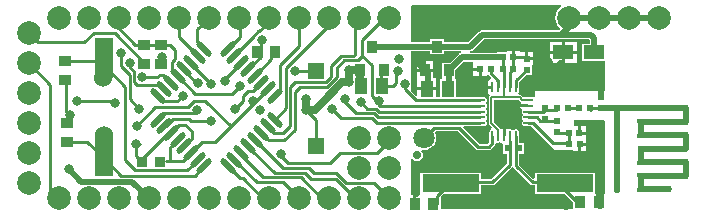
<source format=gtl>
%FSTAX24Y24*%
%MOIN*%
%SFA1B1*%

%IPPOS*%
%AMD18*
4,1,4,-0.007600,0.022900,-0.022900,0.007600,0.007600,-0.022900,0.022900,-0.007600,-0.007600,0.022900,0.0*
1,1,0.021700,-0.015300,0.015300*
1,1,0.021700,0.015300,-0.015300*
%
%AMD19*
4,1,4,-0.022900,-0.007600,-0.007600,-0.022900,0.022900,0.007600,0.007600,0.022900,-0.022900,-0.007600,0.0*
1,1,0.021700,-0.015300,-0.015300*
1,1,0.021700,0.015300,0.015300*
%
%ADD10R,0.037400X0.039400*%
%ADD11R,0.039400X0.037400*%
%ADD12R,0.039400X0.035400*%
%ADD13R,0.070900X0.049200*%
%ADD14R,0.022800X0.024400*%
%ADD15R,0.055100X0.053200*%
%ADD16R,0.190900X0.061000*%
%ADD17R,0.059100X0.137800*%
G04~CAMADD=18~3~0.0~0.0~217.0~650.0~0.0~0.0~0~0.0~0.0~0.0~0.0~0~0.0~0.0~0.0~0.0~0~0.0~0.0~0.0~45.0~522.0~522.0*
%ADD18D18*%
G04~CAMADD=19~3~0.0~0.0~217.0~650.0~0.0~0.0~0~0.0~0.0~0.0~0.0~0~0.0~0.0~0.0~0.0~0~0.0~0.0~0.0~135.0~522.0~522.0*
%ADD19D19*%
%ADD20R,0.024400X0.024400*%
%ADD21R,0.024400X0.024400*%
%ADD22R,0.023600X0.024400*%
%ADD23R,0.024400X0.023600*%
%ADD24O,0.009800X0.035400*%
%ADD25O,0.035400X0.009800*%
%ADD26R,0.024400X0.022800*%
%ADD27R,0.035400X0.039400*%
%ADD28R,0.037400X0.037400*%
%ADD29R,0.041300X0.055100*%
%ADD30C,0.010000*%
%ADD31C,0.020000*%
%ADD32C,0.019700*%
%ADD33C,0.027600*%
%ADD34C,0.006000*%
%ADD35R,0.017900X0.014100*%
%ADD36R,0.017900X0.014500*%
%ADD37R,0.017900X0.014000*%
%ADD38R,0.017400X0.013800*%
%ADD39R,0.018400X0.014700*%
%ADD40R,0.018400X0.014300*%
%ADD41R,0.018400X0.014300*%
%ADD42R,0.018400X0.014300*%
%ADD43R,0.018400X0.014300*%
%ADD44R,0.017900X0.015100*%
%ADD45R,0.017900X0.014500*%
%ADD46R,0.017900X0.014300*%
%ADD47R,0.018200X0.020000*%
%ADD48C,0.060000*%
%ADD49C,0.070900*%
%ADD50C,0.078700*%
%ADD51C,0.027600*%
%ADD52C,0.021000*%
%ADD53C,0.031500*%
%LNmain-1*%
%LPD*%
G36*
X023176Y044086D02*
X023129Y044077D01*
X023113Y044066*
X02308Y044044*
X022783Y043747*
X022523*
Y043253*
X022508Y043209*
X02247*
Y04261*
X022324*
Y042834*
X021711*
Y042677*
X021661Y042656*
X0215Y042817*
Y043027*
X021501Y043032*
X0215Y043036*
Y044136*
X022129*
Y044041*
X022583*
Y044136*
X023171*
X023176Y044086*
G37*
G36*
X023668Y040873D02*
X023701Y040851D01*
X02374Y040843*
X024094*
X024134Y040851*
X024167Y040873*
X024285Y040991*
X024307Y041024*
X024315Y041063*
Y041075*
X024365Y041102*
X024371Y041097*
X024409Y04109*
X024448Y041097*
X024496Y041088*
X024499Y041083*
X024548Y04105*
X024552*
Y040724*
X024701*
Y040397*
X02417Y039866*
X02382*
Y040089*
X02181*
Y039379*
X021771Y039352*
X021664*
Y039055*
X021564*
Y039352*
X0215*
Y040545*
X02155Y04056*
X021567Y040534*
X021629Y040492*
X021703Y040478*
X021776Y040492*
X021838Y040534*
X02188Y040596*
X021894Y040669*
X02188Y040743*
X021839Y040804*
X02184Y040809*
X021858Y040852*
X021929Y040842*
X022035Y040856*
X022133Y040897*
X022218Y040962*
X022282Y041046*
X022323Y041144*
X022337Y04125*
X022323Y041356*
X022292Y041431*
X02232Y041478*
X022323Y04148*
X023061*
X023668Y040873*
G37*
G36*
X023577Y043765D02*
Y043593D01*
X023799*
Y043543*
X023849*
Y043321*
X024021*
Y043334*
X024071Y043349*
X024081Y043333*
X024164Y04325*
X024147Y043197*
X024105Y043169*
X024072Y043119*
X02406Y043061*
Y042983*
X024213*
Y042883*
X02406*
Y042805*
X024072Y042747*
X0241Y042706*
X024116Y042656*
X024098Y04263*
X024092Y042598*
Y041732*
X024098Y041701*
X024116Y041675*
X024195Y041595*
X024178Y041541*
X024174Y04154*
X024141Y041518*
X024119Y041486*
X024111Y041447*
Y041323*
Y041319*
Y041105*
X024052Y041047*
X023782*
X023245Y041584*
X023264Y04163*
X023799*
X023803Y041631*
X023927*
X023966Y041639*
X023999Y041661*
X024021Y041694*
X024028Y041732*
X024021Y041771*
X023999Y041804*
Y041858*
X024021Y04189*
X024028Y041929*
X024021Y041968*
X023999Y042001*
Y042054*
X024021Y042087*
X024028Y042126*
X024021Y042165*
X023999Y042198*
Y042251*
X024021Y042284*
X024028Y042323*
X024021Y042362*
X023999Y042394*
Y042448*
X024021Y042481*
X024028Y04252*
X024021Y042558*
X023999Y042591*
X023966Y042613*
X023927Y042621*
X023803*
X023799Y042622*
X023543*
X023504Y042614*
X023499Y04261*
X023018*
X022983Y042646*
Y043206*
Y043209*
X022977Y043253*
Y043513*
X02325Y043786*
X023536*
X023577Y043765*
G37*
G36*
X025139Y042462D02*
X025141Y042461D01*
X025156Y042402*
X025155Y042396*
X025145Y042381*
X025143Y042373*
X025413*
Y042273*
X025143*
X025145Y042265*
X025178Y042215*
X025183Y042212*
X025192Y042165*
X025184Y042126*
X025192Y042087*
X025214Y042054*
Y042001*
X025192Y041968*
X025184Y041929*
X025192Y04189*
X025214Y041858*
Y041804*
X025192Y041771*
X025184Y041732*
X025192Y041694*
X025214Y041661*
X025247Y041639*
X025285Y041631*
X025409*
X025413Y04163*
X025509*
X025783Y041356*
X026269Y040856*
X026894*
Y040811*
X027066*
Y041033*
X027116*
Y041083*
X027338*
Y041256*
X027328*
Y041357*
X027106*
Y041407*
X027056*
Y04163*
X026929*
Y04185*
X027917*
X027953Y041815*
Y039391*
X027806*
Y039094*
X027706*
Y039391*
X027639*
Y040089*
X025629*
Y0399*
X025579Y03988*
X025102Y040357*
Y040724*
X025251*
Y041068*
X025102*
Y041319*
X025101Y041323*
Y041447*
X025093Y041486*
X025072Y041518*
X025039Y04154*
X025Y041548*
X024961Y04154*
X024928Y041518*
X024875*
X024842Y04154*
X024803Y041548*
X024764Y04154*
X024717Y04155*
X024714Y041554*
X024665Y041587*
X024656Y041589*
Y041319*
X024556*
Y041589*
X024548Y041587*
X024518Y041567*
X024486Y041559*
X02445Y041571*
X024255Y041766*
Y042517*
X025084*
X025139Y042462*
G37*
G36*
X027447Y044504D02*
Y044391D01*
X027194*
Y043798*
X027953*
Y04282*
X027885*
Y042598*
X027785*
Y04282*
X027613*
Y042805*
X02563*
Y04264*
X02558Y042613*
X025541Y042621*
X025285*
X025247Y042613*
X02523Y042602*
X025176Y042656*
X025149Y042674*
X025118Y04268*
X025081*
X025066Y04273*
X025072Y042734*
X025093Y042766*
X025101Y042805*
Y042929*
X025102Y042933*
Y043119*
X025334Y043352*
X025526*
Y043672*
X025576*
Y043836*
X025354*
Y043886*
X025304*
Y0441*
X025132*
X025124Y044146*
Y044159*
X024952*
Y043937*
X024852*
Y044159*
X02468*
Y044109*
X024375*
Y044088*
X023477*
X023472Y044138*
X023509Y044146*
X023519Y044148*
X023568Y04418*
X023921Y044534*
X026496*
X027418*
X027447Y044504*
G37*
G36*
X026485Y045669D02*
X026502Y045619D01*
X026434Y045566*
X026362Y045474*
X026318Y045366*
X026302Y04525*
X026318Y045134*
X026362Y045026*
X026434Y044934*
X02645Y044921*
X026454Y044868*
X026424Y044836*
X023858*
X02381Y044827*
X0238Y044825*
X023751Y044792*
X023398Y044439*
X022583*
Y044534*
X022129*
Y044439*
X0215*
Y045634*
X021535Y045669*
X026485*
G37*
G36*
X024912Y040261D02*
X024918Y040257D01*
X024928Y040243*
X025479Y039692*
X025512Y03967*
X025551Y039662*
X025629*
Y039379*
X026618*
X026889Y039109*
Y038878*
X022516*
X022481Y038913*
Y039286*
X022575Y039379*
X02382*
Y039662*
X024213*
X024252Y03967*
X024285Y039692*
X024858Y040265*
X024866Y040267*
X024912Y040261*
G37*
%LNmain-2*%
%LPC*%
G36*
X02224Y04345D02*
X021685D01*
Y043203*
X021711*
Y042934*
X022324*
Y043259*
X02224*
Y04345*
G37*
G36*
X027328Y04163D02*
X027156D01*
Y041457*
X027328*
Y04163*
G37*
G36*
X027338Y040983D02*
X027166D01*
Y040811*
X027338*
Y040983*
G37*
G36*
X023749Y043493D02*
X023577D01*
Y043321*
X023749*
Y043493*
G37*
G36*
X025404Y0441D02*
Y043936D01*
X025576*
Y0441*
X025404*
G37*
G36*
X026525Y044441D02*
X02612D01*
Y044144*
X026525*
Y044441*
G37*
G36*
X027029D02*
X026625D01*
Y044144*
X027029*
Y044441*
G37*
G36*
Y044044D02*
X026625D01*
Y043748*
X027029*
Y044044*
G37*
G36*
X021913Y043797D02*
X021685D01*
Y04355*
X021913*
Y043797*
G37*
G36*
X02224D02*
X022013D01*
Y04355*
X02224*
Y043797*
G37*
G36*
X026525Y044044D02*
X02612D01*
Y043748*
X026525*
Y044044*
G37*
%LNmain-3*%
%LPD*%
G54D10*
X027126Y039094D03*
X027756D03*
X022244Y039055D03*
X021614D03*
X016348Y044094D03*
X016978D03*
G54D11*
X00997Y043168D03*
Y043798D03*
X01002Y041745D03*
Y041115D03*
X012608Y044341D03*
Y043711D03*
G54D12*
X01315Y043711D03*
Y044341D03*
G54D13*
X027598Y044094D03*
X026575D03*
G54D14*
X024717Y040896D03*
X025087D03*
G54D15*
X018327Y040984D03*
Y043484D03*
G54D16*
X022815Y039734D03*
X026634D03*
G54D17*
X01125Y043923D03*
Y040656D03*
G54D18*
X013051Y04264D03*
X013274Y042862D03*
X013497Y043085D03*
X013719Y043308D03*
X013942Y043531D03*
X014165Y043753D03*
X014388Y043976D03*
X01461Y044199D03*
X016949Y04186D03*
X016726Y041638D03*
X016503Y041415D03*
X016281Y041192D03*
X016058Y040969D03*
X015835Y040747D03*
X015612Y040524D03*
X01539Y040301D03*
G54D19*
X01539Y044199D03*
X015612Y043976D03*
X015835Y043753D03*
X016058Y043531D03*
X016281Y043308D03*
X016503Y043085D03*
X016726Y042862D03*
X016949Y04264D03*
X01461Y040301D03*
X014388Y040524D03*
X014165Y040747D03*
X013942Y040969D03*
X013719Y041192D03*
X013497Y041415D03*
X013274Y041638D03*
X013051Y04186D03*
G54D20*
X026762Y041033D03*
X027116D03*
X026752Y041407D03*
X027106D03*
X027096Y042244D03*
X027451D03*
X024154Y043543D03*
X023799D03*
X024547D03*
X024902D03*
X024547Y043937D03*
X024902D03*
G54D21*
X027835Y042244D03*
Y042598D03*
G54D22*
X026354Y042244D03*
X026717D03*
G54D23*
X026368Y041433D03*
Y041795D03*
X025974Y041876D03*
Y042238D03*
G54D24*
X024213Y042933D03*
X024409D03*
X024606D03*
X024803D03*
X025D03*
Y041319D03*
X024803D03*
X024606D03*
X024409D03*
X024213D03*
G54D25*
X025413Y04252D03*
Y042323D03*
Y042126D03*
Y041929D03*
Y041732D03*
X023799D03*
Y041929D03*
Y042126D03*
Y042323D03*
Y04252D03*
G54D26*
X025354Y043516D03*
Y043886D03*
G54D27*
X022356Y044287D03*
X021963Y0435D03*
X02275D03*
X020197Y044291D03*
X019803Y043504D03*
X020591D03*
G54D28*
X01313Y040453D03*
X012539D03*
G54D29*
X022018Y042884D03*
X022726D03*
X019833Y042982D03*
X020541D03*
G54D30*
X011125Y043798D02*
X01125Y043923D01*
X00997Y043798D02*
X011125D01*
X010712Y041115D02*
X01125Y040577D01*
X01002Y041115D02*
X010712D01*
X014301Y039992D02*
X01461Y040301D01*
X011835Y039992D02*
X014301D01*
X01125Y040577D02*
X011835Y039992D01*
X012311Y040166D02*
X014029D01*
X014388Y040524*
X01125Y043662D02*
X011966Y042945D01*
X01125Y043662D02*
Y043923D01*
X011966Y040511D02*
Y042945D01*
Y040511D02*
X012311Y040166D01*
X023543Y04252D02*
X023799D01*
X023532Y042508D02*
X023543Y04252D01*
X021665Y042508D02*
X023532D01*
X021289Y042884D02*
X021665Y042508D01*
X020404Y041929D02*
X023799D01*
X02026Y042073D02*
X020404Y041929D01*
X020419Y042126D02*
X023799D01*
X020322Y042223D02*
X020419Y042126D01*
X020198Y041923D02*
X020373Y041747D01*
X021623D02*
X021638Y041732D01*
X020373Y041747D02*
X021623D01*
X021638Y041732D02*
X023799D01*
X027785Y042982D02*
Y042992D01*
X027707Y042904D02*
X027785Y042982D01*
X019166Y043989D02*
X019589D01*
X018829Y043652D02*
X019166Y043989D01*
X018829Y043293D02*
Y043652D01*
X019262Y043839D02*
X019734D01*
X019016Y043593D02*
X019262Y043839D01*
X019016Y043268D02*
Y043593D01*
X019872Y043976D02*
X020187Y043661D01*
X019282Y042441D02*
Y04253D01*
X018799Y042185D02*
X018907D01*
X01815Y039892D02*
X018984D01*
X017963Y040079D02*
X01815Y039892D01*
X016949Y040079D02*
X017963D01*
X018248D02*
X019009D01*
X018098Y040229D02*
X018248Y040079D01*
X017244Y040229D02*
X018098D01*
X015886Y039902D02*
X016537Y03925D01*
X015789Y039902D02*
X015886D01*
X01539Y040301D02*
X015789Y039902D01*
X014104Y04188D02*
X014173Y041811D01*
X013573Y04188D02*
X014104D01*
X01333Y041638D02*
X013573Y04188D01*
X015896Y042638D02*
X016073Y042815D01*
X015896Y042478D02*
Y042638D01*
X015645Y042226D02*
X015896Y042478D01*
X016233Y042815D02*
X016503Y043085D01*
X016073Y042815D02*
X016233D01*
X015631Y042226D02*
X015645D01*
X01554Y042717D02*
X015798Y042975D01*
X014275Y04249D02*
X014636D01*
X020993Y043089D02*
Y043502D01*
X02103Y043465D02*
X021073D01*
X020993Y043502D02*
X02103Y043465D01*
X010915Y044734D02*
X011624D01*
X01061Y044429D02*
X010915Y044734D01*
X009071Y044429D02*
X01061D01*
X022252Y041582D02*
X023103D01*
X021929Y04126D02*
X022252Y041582D01*
X023103D02*
X02374Y040945D01*
X024094*
X024213Y041063*
Y041319*
X020604Y04525D02*
X02075D01*
X019872Y044518D02*
X020604Y04525D01*
X019872Y043976D02*
Y044518D01*
X020447Y04525D02*
X02075D01*
X019626Y03925D02*
X01975D01*
X018984Y039892D02*
X019626Y03925D01*
X020434Y042323D02*
X023799D01*
X020886Y042982D02*
X020993Y043089D01*
X020502Y042982D02*
X020886D01*
X018799Y042185D02*
X018839Y042224D01*
X018681Y042933D02*
X019016Y043268D01*
X017785Y042933D02*
X018681D01*
X018654Y043119D02*
X018829Y043293D01*
X017646Y043119D02*
X018654D01*
X017321Y043351D02*
X017323Y04335D01*
Y042234D02*
Y04335D01*
X017618Y043474D02*
X018199D01*
X018327Y043602*
X017628Y042776D02*
X017785Y042933D01*
X017628Y041526D02*
Y042776D01*
X017478Y04295D02*
X017646Y043119D01*
X017478Y041651D02*
Y04295D01*
X018327Y043484D02*
Y043602D01*
X018839Y042224D02*
X018878D01*
X019646Y044045D02*
Y045146D01*
X019589Y043989D02*
X019646Y044045D01*
Y045146D02*
X01975Y04525D01*
X019734Y043839D02*
X019872Y043976D01*
X01Y042126D02*
X010118Y042008D01*
X01Y042126D02*
Y043168D01*
X010354Y042461D02*
X011614D01*
X011644Y042431*
X012367Y041658D02*
X012974Y042266D01*
X014051*
X014282Y042077D02*
X01437Y042165D01*
X013268Y042077D02*
X014282D01*
X013051Y04186D02*
X013268Y042077D01*
X0137Y042471D02*
X013888Y04266D01*
X013238Y042471D02*
X0137D01*
X013069Y04264D02*
X013238Y042471D01*
X00875Y04375D02*
X009478Y043022D01*
Y039522D02*
Y043022D01*
Y039522D02*
X00975Y03925D01*
X01698Y04264D02*
X017136Y042795D01*
X015835Y040661D02*
X016567Y039929D01*
X015835Y040661D02*
Y040747D01*
X016567Y039929D02*
X017818D01*
X016209Y040819D02*
X016949Y040079D01*
X018002Y042175D02*
X018327Y04185D01*
Y040984D02*
Y04185D01*
X015296Y043214D02*
X015835Y043753D01*
X015296Y043132D02*
Y043214D01*
X017176Y040629D02*
Y04072D01*
Y040629D02*
X017392Y040413D01*
X018789*
X019124Y040748*
X020364*
X02075Y041134*
Y04125*
X014165Y043722D02*
Y043753D01*
Y043722D02*
X014507Y04338D01*
X014513*
X014843Y04305*
Y043043D02*
Y04305D01*
X013942Y043493D02*
Y043531D01*
Y043493D02*
X014353Y043083D01*
X01439*
X020256Y039744D02*
X02075Y03925D01*
X019344Y039744D02*
X020256D01*
X019009Y040079D02*
X019344Y039744D01*
X02075Y03925D02*
Y039398D01*
X015495Y041631D02*
X01627Y042406D01*
X014966Y041102D02*
X015495Y041631D01*
X013413Y041415D02*
X013497D01*
X012539Y040541D02*
X013413Y041415D01*
X012539Y040453D02*
Y040541D01*
X012343Y040945D02*
X012451Y041053D01*
X012343Y040654D02*
Y040945D01*
Y040654D02*
X012539Y040458D01*
X012323Y041053D02*
X012451D01*
X011625Y042404D02*
X011644Y042423D01*
Y042431*
X01175Y044894D02*
Y04525D01*
X00875Y04475D02*
X009071Y044429D01*
X016431Y044795D02*
X01675Y045114D01*
X016412Y044795D02*
X016431D01*
X016239Y044621D02*
X016412Y044795D01*
X016239Y044602D02*
Y044621D01*
X015612Y043976D02*
X016239Y044602D01*
X01675Y045114D02*
Y04525D01*
X016281Y041192D02*
X017244Y040229D01*
X020502Y043415D02*
X020591Y043504D01*
X020502Y042982D02*
Y043415D01*
X018497Y03925D02*
X01875D01*
X017818Y039929D02*
X018497Y03925D01*
X017266Y041164D02*
X017628Y041526D01*
X016754Y041164D02*
X017266D01*
X016503Y041415D02*
X016754Y041164D01*
X017244Y041417D02*
X017478Y041651D01*
X016946Y041417D02*
X017244D01*
X016726Y041638D02*
X016946Y041417D01*
X016265Y042406D02*
X016536Y042677D01*
X016265Y042406D02*
X01627D01*
X016949Y04264D02*
X01698D01*
X016281Y043308D02*
X016841Y043868D01*
Y044094*
X016486Y044449D02*
X016535Y044498D01*
X016486Y043959D02*
Y044449D01*
X016058Y043531D02*
X016486Y043959D01*
X016535Y044498D02*
X016604D01*
X017236Y039764D02*
X01775Y03925D01*
X016373Y039764D02*
X017236D01*
X015612Y040524D02*
X016373Y039764D01*
X016537Y03925D02*
X01675D01*
X010118Y041851D02*
Y042008D01*
Y04185D02*
Y041851D01*
X010039Y041673D02*
Y04185D01*
X010118*
X010732Y04525D02*
X01075D01*
X013465Y040472D02*
X013898D01*
X013327D02*
X013465D01*
Y040937*
X013719Y041192*
X013898Y040472D02*
X014528Y041102D01*
X014966*
X013497Y041415D02*
X013501D01*
X016949Y04186D02*
X017323Y042234D01*
X014173Y041811D02*
X014843D01*
X013274Y041638D02*
X01333D01*
X013051Y04264D02*
X013069D01*
X022372Y039055D02*
Y039321D01*
X022815Y039764*
X024213*
X024803Y040354*
Y041159*
X025Y040315D02*
Y041319D01*
Y040315D02*
X025551Y039764D01*
X026634*
Y039508D02*
X027146Y038996D01*
X026634Y039508D02*
Y039764D01*
X024409Y042933D02*
Y04315D01*
X024154Y043406D02*
X024409Y04315D01*
X024154Y043406D02*
Y043543D01*
X024606Y042933D02*
Y043484D01*
X024547Y043543D02*
X024606Y043484D01*
X024803Y042933D02*
Y043445D01*
X024902Y043543*
X025Y042933D02*
D01*
Y043161*
X025354Y043516*
X025413Y041929D02*
X025709D01*
X025811Y041827*
X025974*
Y042189D02*
X02635D01*
X026354Y042185*
X025974Y041827D02*
X026337D01*
X026368Y041795*
X025413Y041732D02*
X025551D01*
X02622Y041063*
X026344Y041457D02*
X026368Y041433D01*
X02622Y041063D02*
X026732D01*
X026762Y041033*
Y041398*
X026752Y041407D02*
X026762Y041398D01*
X026394Y041407D02*
X026752D01*
X026368Y041433D02*
X026394Y041407D01*
X026717Y042244D02*
X027096D01*
X024902Y043937D02*
X025303D01*
X025354Y043886*
X024547Y043543D02*
Y043937D01*
X024902Y043543D02*
Y043937D01*
X01375Y044614D02*
X014388Y043976D01*
X01375Y044614D02*
Y04525D01*
X01437Y044439D02*
X01461Y044199D01*
X01437Y044439D02*
Y04487D01*
X01475Y04525*
X01539Y044199D02*
X015787Y044596D01*
Y045213*
X01575Y04525D02*
X015787Y045213D01*
X013501Y041415D02*
X01377Y041683D01*
X013976*
X013942Y040969D02*
X014193Y04122D01*
Y041467*
X013976Y041683D02*
X014193Y041467D01*
X013719Y043308D02*
X014311Y042717D01*
X01554*
X014051Y042266D02*
X014275Y04249D01*
X014636D02*
X015495Y041631D01*
X027451Y042185D02*
X02752Y042254D01*
X027766*
X025413Y042126D02*
X025911D01*
X025974Y042189*
X024606Y042933D02*
D01*
X019282Y042441D02*
X01965Y042073D01*
X018907Y042185D02*
X01917Y041923D01*
X020187Y042648D02*
Y043661D01*
Y042648D02*
X020303Y042532D01*
X020434*
X019816Y042441D02*
X020034Y042223D01*
X020434Y042323D02*
Y042532D01*
X020034Y042223D02*
X020322D01*
X01965Y042073D02*
X02026D01*
X01917Y041923D02*
X020198D01*
X021289Y042884D02*
Y043032D01*
X013533Y043494D02*
Y04378D01*
Y043494D02*
X013719Y043308D01*
X013115Y043022D02*
X013274Y042862D01*
X012116Y042539D02*
X012431Y042224D01*
X011821Y043645D02*
Y044065D01*
Y043645D02*
X012116Y04335D01*
Y042539D02*
Y04335D01*
Y043602D02*
Y04373D01*
Y043602D02*
X012274Y043445D01*
Y04311D02*
Y043445D01*
X012646Y04301D02*
X012657Y043022D01*
X013115*
X012374Y04301D02*
X012646D01*
X012274Y04311D02*
X012374Y04301D01*
X012539Y043268D02*
X013041D01*
X01313Y043356*
X013226*
X013497Y043085*
X01175Y044894D02*
X012303Y044341D01*
X012608*
X01315*
Y043711D02*
X013209Y04377D01*
Y043937*
X011624Y044734D02*
X012608Y04375D01*
Y043711D02*
Y04375D01*
X017321Y043351D02*
Y043571D01*
X01875Y045*
Y04525*
X01775Y044295D02*
Y04525D01*
X017136Y042795D02*
Y043681D01*
X01775Y044295*
X01315Y044341D02*
X013465D01*
X013533Y04378D02*
X013622Y043868D01*
Y044183*
X013465Y044341D02*
X013622Y044183D01*
G54D31*
X02915Y03954D02*
X0301D01*
X02915D02*
Y039984D01*
Y03999D02*
X03065D01*
Y040424*
X02915Y04044D02*
X03065D01*
X02915D02*
Y040884D01*
Y04089D02*
X03065D01*
Y041324*
X02916Y04134D02*
X03065D01*
X02915Y04135D02*
X02916Y04134D01*
X02915Y04135D02*
Y041784D01*
X02835Y0395D02*
Y042244D01*
X027835D02*
X03065D01*
Y04179D02*
Y042244D01*
X02915Y04179D02*
X03065D01*
G54D32*
X026714Y044903D02*
Y04525D01*
X027598Y044094D02*
Y044567D01*
X02748Y044685D02*
X027598Y044567D01*
X026496Y044685D02*
X02748D01*
X026496D02*
X026714Y044903D01*
X023858Y044685D02*
X026496D01*
X026714Y04525D02*
X02675D01*
X02775*
X02875D02*
X02975D01*
X02775D02*
X0285D01*
X023461Y044287D02*
X023858Y044685D01*
X027835Y042598D02*
Y043356D01*
X012207Y039793D02*
X01275Y03925D01*
X010512Y039793D02*
X012207D01*
X010089Y040217D02*
X010512Y039793D01*
X021762Y043701D02*
Y043839D01*
Y043701D02*
X021963Y0435D01*
X022356Y044287D02*
X023461D01*
X021963Y0435D02*
X022057Y043406D01*
Y042802D02*
Y043406D01*
X020197Y044291D02*
X020201Y044287D01*
X022356*
X023187Y043937D02*
X024547D01*
X02275Y0435D02*
X023187Y043937D01*
X02275Y043003D02*
Y0435D01*
G54D33*
X019803Y043051D02*
X019872Y042982D01*
X019803Y043051D02*
Y043504D01*
X019793Y043494D02*
X019803Y043504D01*
X019419Y043494D02*
X019793D01*
X01921Y0431D02*
X019419D01*
X018493Y042384D02*
X01921Y0431D01*
X017992Y042549D02*
X018002Y042539D01*
Y042175D02*
Y042539D01*
X018493Y042381D02*
Y042384D01*
X018287Y042175D02*
X018493Y042381D01*
X018002Y042175D02*
X018287D01*
X019419Y0431D02*
Y043494D01*
G54D34*
X025118Y042598D02*
X025197Y04252D01*
X025413*
X024606Y042598D02*
Y042933D01*
X024173Y042598D02*
X024606D01*
X025118*
X024173Y041732D02*
Y042598D01*
Y041732D02*
X024409Y041496D01*
Y041319D02*
Y041496D01*
G54D35*
X03066Y04176D03*
G54D36*
X03066Y040863D03*
G54D37*
X03066Y03996D03*
G54D38*
X029137Y040921D03*
G54D39*
X029142Y040414D03*
G54D40*
X029142Y041819D03*
G54D41*
X029142Y041311D03*
G54D42*
X029142Y039511D03*
G54D43*
X029142Y040018D03*
G54D44*
X03066Y040465D03*
G54D45*
X03066Y041367D03*
G54D46*
X03066Y042271D03*
X02836Y039469D03*
G54D47*
X030109Y03954D03*
G54D48*
X01123Y043258D03*
X025925Y04372D03*
X01127Y041348D03*
G54D49*
X021929Y04125D03*
G54D50*
X01975Y04025D03*
Y04125D03*
X02075D03*
Y04025D03*
X02475Y04525D03*
X02375D03*
X02675D03*
X02775D03*
X02875D03*
X02075D03*
X01975D03*
X01875D03*
X01775D03*
X01675D03*
X01575D03*
X01475D03*
X01375D03*
X01275D03*
X01175D03*
X01075D03*
Y03925D03*
X01175D03*
X01275D03*
X01375D03*
X01475D03*
X01575D03*
X01675D03*
X01775D03*
X01875D03*
X01975D03*
X02075D03*
X00975Y04525D03*
Y03925D03*
X00875Y04475D03*
Y04375D03*
Y04275D03*
Y04175D03*
Y04075D03*
Y03975D03*
X02275Y04525D03*
X02575D03*
X02975D03*
G54D51*
X021673Y039409D03*
X02781Y04141D03*
Y04171D03*
Y04111D03*
Y04081D03*
Y04051D03*
Y04021D03*
Y03991D03*
Y03961D03*
Y03931D03*
Y03901D03*
X02746Y041142D03*
X027785Y042992D03*
X021703Y040669D03*
X025364Y040472D03*
X02563Y041132D03*
X025285Y041398D03*
X02746Y041614D03*
X024281Y044331D03*
X024892Y044321D03*
X025335Y044282D03*
X023179Y043346D03*
X023848Y042904D03*
X022972Y041004D03*
X024311Y040807D03*
X023799Y041329D03*
X022293Y040344D03*
X021663Y039823D03*
X024892Y039016D03*
X024911Y039833D03*
X026663Y038986D03*
X02748Y040591D03*
X026978D03*
X024961Y04185D03*
X024951Y042224D03*
X024518Y042234D03*
X026496Y043701D03*
X027598Y043622D03*
X026732Y042992D03*
X025669Y042982D03*
G54D52*
X02835Y0395D03*
G54D53*
X01622Y04249D03*
X015798Y042975D03*
X016447Y042185D03*
X021083Y043888D03*
X021073Y043465D03*
X021289Y043032D03*
X019282Y04253D03*
X017618Y043474D03*
X017992Y042549D03*
X018878Y042224D03*
X019419Y043494D03*
X010354Y042461D03*
X010089Y040217D03*
X012367Y041658D03*
X013888Y04266D03*
X011821Y044065D03*
X012431Y042224D03*
X018002Y042175D03*
X015296Y043132D03*
X015631Y042226D03*
X017176Y04072D03*
X014843Y043043D03*
X01439Y043083D03*
X012323Y041053D03*
X021762Y043839D03*
X011625Y042404D03*
X019419Y0431D03*
X016535Y044498D03*
X010118Y042008D03*
X014843Y041811D03*
X01437Y042165D03*
X020433Y04248D03*
X019816Y042441D03*
X012116Y04373D03*
X012539Y043268D03*
X013209Y043937D03*
M02*
</source>
